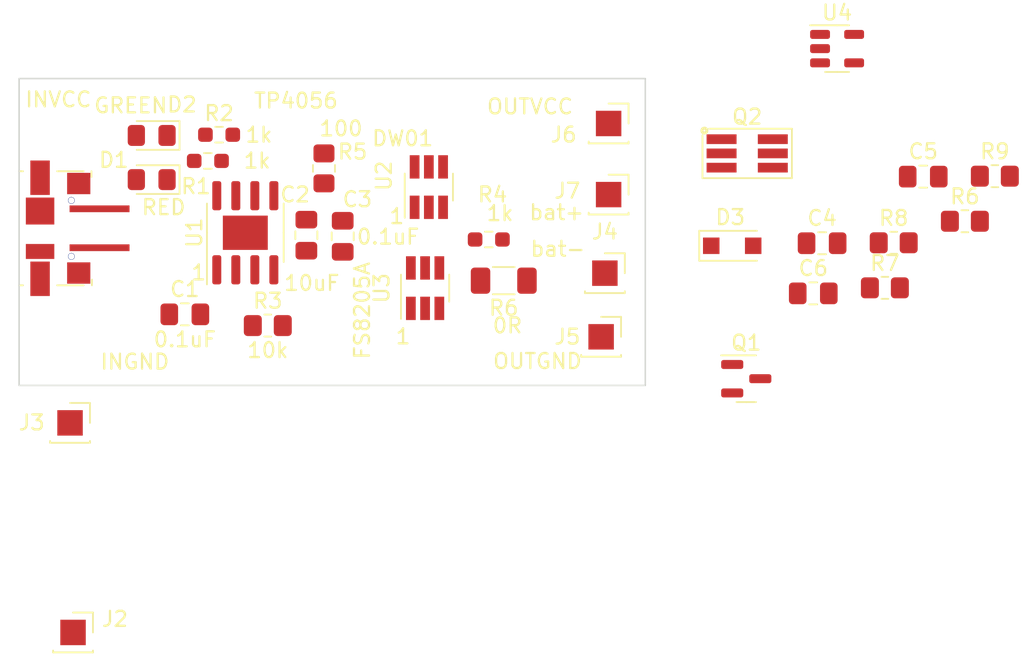
<source format=kicad_pcb>
(kicad_pcb (version 20211014) (generator pcbnew)
  (layers (0 "F.Cu" signal) (31 "B.Cu" signal) (34 "B.Paste" user) (35 "F.Paste" user) (36 "B.SilkS" user "B.Silkscreen") (37 "F.SilkS" user "F.Silkscreen") (38 "B.Mask" user) (39 "F.Mask" user) (44 "Edge.Cuts" user))
  (net 0 "")
  (net 1 "VBUS")
  (net 2 "Net-(R1-Pad2)")
  (net 3 "Net-(D1-Pad1)")
  (net 4 "GND")
  (net 5 "Earth")
  (net 6 "Net-(D2-Pad1)")
  (net 7 "Net-(C3-Pad1)")
  (net 8 "Net-(R2-Pad2)")
  (net 9 "Net-(R4-Pad2)")
  (net 10 "Net-(R3-Pad1)")
  (net 11 "BAT-")
  (net 13 "/OC")
  (net 16 "/G2")
  (net 17 "/G1")
  (net 19 "/BAT+")
  (net 20 "/OUT+")
  (net 21 "Net-(C6-Pad1)")
  (net 22 "/BAT-")
  (net 23 "Net-(Q2-Pad2)")
  (net 24 "Net-(Q2-Pad4)")
  (net 25 "Net-(Q2-Pad6)")
  (net 26 "/measurment")
  (net 27 "Net-(R9-Pad1)")
  (footprint "Connector_PinSocket_2.54mm:PinSocket_1x01_P2.54mm_Vertical" (layer "F.Cu") (at 182.25 89.25)
    (fp_text reference "J5" (at -2.25 0) (layer "F.SilkS"))
    (fp_text value "Conn_01x01_Female" hide)
    (fp_line (start -1.33 1.21) (end -1.33 1.33) (layer "F.SilkS") (width 0.12))
    (fp_line (start 1.33 -1.33) (end 1.33 0) (layer "F.SilkS") (width 0.12))
    (fp_line (start -1.33 1.33) (end 1.33 1.33) (layer "F.SilkS") (width 0.12))
    (fp_line (start 0 -1.33) (end 1.33 -1.33) (layer "F.SilkS") (width 0.12))
    (fp_line (start 1.33 1.21) (end 1.33 1.33) (layer "F.SilkS") (width 0.12))
    (pad "1" smd rect (at 0 0) (size 1.7 1.7) (layers "F.Cu" "F.Paste" "F.Mask") (net 5 "Earth"))
  )
  (footprint "Resistor_SMD:R_0805_2012Metric_Pad1.20x1.40mm_HandSolder" (layer "F.Cu") (at 201.19 85.98)
    (fp_text reference "R7" (at 0 -1.65) (layer "F.SilkS"))
    (fp_text value "100k")
    (fp_line (start -0.227064 -0.735) (end 0.227064 -0.735) (layer "F.SilkS") (width 0.12))
    (fp_line (start -0.227064 0.735) (end 0.227064 0.735) (layer "F.SilkS") (width 0.12))
    (pad "1" smd roundrect (at -1 0) (size 1.2 1.4) (layers "F.Cu" "F.Paste" "F.Mask") (roundrect_rratio 0.208333) (net 19 "/BAT+"))
    (pad "2" smd roundrect (at 1 0) (size 1.2 1.4) (layers "F.Cu" "F.Paste" "F.Mask") (roundrect_rratio 0.208333) (net 26 "/measurment"))
  )
  (footprint "Resistor_SMD:R_0603_1608Metric_Pad0.98x0.95mm_HandSolder" (layer "F.Cu") (at 174.75 82.75 180)
    (fp_text reference "R4" (at -0.25 3) (layer "F.SilkS"))
    (fp_text value "1k" (at -0.75 1.75) (layer "F.SilkS"))
    (fp_line (start -0.254724 -0.5225) (end 0.254724 -0.5225) (layer "F.SilkS") (width 0.12))
    (fp_line (start -0.254724 0.5225) (end 0.254724 0.5225) (layer "F.SilkS") (width 0.12))
    (pad "1" smd roundrect (at -0.9125 0 180) (size 0.975 0.95) (layers "F.Cu" "F.Paste" "F.Mask") (net 5 "Earth"))
    (pad "2" smd roundrect (at 0.9125 0 180) (size 0.975 0.95) (layers "F.Cu" "F.Paste" "F.Mask") (net 9 "Net-(R4-Pad2)"))
  )
  (footprint "Connector_PinSocket_2.54mm:PinSocket_1x01_P2.54mm_Vertical" (layer "F.Cu") (at 146.8 95)
    (fp_text reference "J3" (at -2.56 -0.02) (layer "F.SilkS"))
    (fp_text value "Conn_01x01_Female" hide)
    (fp_line (start -1.33 1.21) (end -1.33 1.33) (layer "F.SilkS") (width 0.12))
    (fp_line (start 1.33 1.21) (end 1.33 1.33) (layer "F.SilkS") (width 0.12))
    (fp_line (start 0 -1.33) (end 1.33 -1.33) (layer "F.SilkS") (width 0.12))
    (fp_line (start 1.33 -1.33) (end 1.33 0) (layer "F.SilkS") (width 0.12))
    (fp_line (start -1.33 1.33) (end 1.33 1.33) (layer "F.SilkS") (width 0.12))
    (pad "1" smd rect (at 0 0) (size 1.7 1.7) (layers "F.Cu" "F.Paste" "F.Mask") (net 1 "VBUS"))
  )
  (footprint "Capacitor_SMD:C_0805_2012Metric_Pad1.18x1.45mm_HandSolder" (layer "F.Cu") (at 196.41 86.35)
    (fp_text reference "C6" (at 0 -1.68) (layer "F.SilkS"))
    (fp_text value "1uF")
    (fp_line (start -0.261252 -0.735) (end 0.261252 -0.735) (layer "F.SilkS") (width 0.12))
    (fp_line (start -0.261252 0.735) (end 0.261252 0.735) (layer "F.SilkS") (width 0.12))
    (pad "1" smd roundrect (at -1.0375 0) (size 1.175 1.45) (layers "F.Cu" "F.Paste" "F.Mask") (roundrect_rratio 0.212766) (net 21 "Net-(C6-Pad1)"))
    (pad "2" smd roundrect (at 1.0375 0) (size 1.175 1.45) (layers "F.Cu" "F.Paste" "F.Mask") (roundrect_rratio 0.212766) (net 5 "Earth"))
  )
  (footprint "Capacitor_SMD:C_0805_2012Metric_Pad1.18x1.45mm_HandSolder" (layer "F.Cu") (at 203.75 78.55)
    (fp_text reference "C5" (at 0 -1.68) (layer "F.SilkS"))
    (fp_text value "1uF")
    (fp_line (start -0.261252 0.735) (end 0.261252 0.735) (layer "F.SilkS") (width 0.12))
    (fp_line (start -0.261252 -0.735) (end 0.261252 -0.735) (layer "F.SilkS") (width 0.12))
    (pad "1" smd roundrect (at -1.0375 0) (size 1.175 1.45) (layers "F.Cu" "F.Paste" "F.Mask") (roundrect_rratio 0.212766) (net 20 "/OUT+"))
    (pad "2" smd roundrect (at 1.0375 0) (size 1.175 1.45) (layers "F.Cu" "F.Paste" "F.Mask") (roundrect_rratio 0.212766) (net 5 "Earth"))
  )
  (footprint "Resistor_SMD:R_0805_2012Metric_Pad1.20x1.40mm_HandSolder" (layer "F.Cu") (at 201.78 82.97)
    (fp_text reference "R8" (at 0 -1.65) (layer "F.SilkS"))
    (fp_text value "100k")
    (fp_line (start -0.227064 -0.735) (end 0.227064 -0.735) (layer "F.SilkS") (width 0.12))
    (fp_line (start -0.227064 0.735) (end 0.227064 0.735) (layer "F.SilkS") (width 0.12))
    (pad "1" smd roundrect (at -1 0) (size 1.2 1.4) (layers "F.Cu" "F.Paste" "F.Mask") (roundrect_rratio 0.208333) (net 26 "/measurment"))
    (pad "2" smd roundrect (at 1 0) (size 1.2 1.4) (layers "F.Cu" "F.Paste" "F.Mask") (roundrect_rratio 0.208333) (net 5 "Earth"))
  )
  (footprint "Resistor_SMD:R_0805_2012Metric_Pad1.20x1.40mm_HandSolder" (layer "F.Cu") (at 163.75 78 -90)
    (fp_text reference "R5" (at -1.11 -1.91 180) (layer "F.SilkS"))
    (fp_text value "100" (at -2.66 -1.14 180) (layer "F.SilkS"))
    (fp_line (start -0.227064 -0.735) (end 0.227064 -0.735) (layer "F.SilkS") (width 0.12))
    (fp_line (start -0.227064 0.735) (end 0.227064 0.735) (layer "F.SilkS") (width 0.12))
    (pad "1" smd roundrect (at -1 0 270) (size 1.2 1.4) (layers "F.Cu" "F.Paste" "F.Mask") (roundrect_rratio 0.2083333333) (net 19 "/BAT+"))
    (pad "2" smd roundrect (at 1 0 270) (size 1.2 1.4) (layers "F.Cu" "F.Paste" "F.Mask") (roundrect_rratio 0.2083333333) (net 7 "Net-(C3-Pad1)"))
  )
  (footprint "Package_SO:SOIC-8-1EP_3.9x4.9mm_P1.27mm_EP2.29x3mm" (layer "F.Cu") (at 158.5 82.3 90)
    (fp_text reference "U1" (at 0 -3.4 90) (layer "F.SilkS"))
    (fp_text value "TP4056" (at 8.82 3.38 180) (layer "F.SilkS"))
    (fp_line (start 0 2.56) (end -1.95 2.56) (layer "F.SilkS") (width 0.12))
    (fp_line (start 0 2.56) (end 1.95 2.56) (layer "F.SilkS") (width 0.12))
    (fp_line (start 0 -2.56) (end 1.95 -2.56) (layer "F.SilkS") (width 0.12))
    (fp_line (start 0 -2.56) (end -3.45 -2.56) (layer "F.SilkS") (width 0.12))
    (pad "1" smd roundrect (at -2.475 -1.905 90) (size 1.95 0.6) (layers "F.Cu" "F.Paste" "F.Mask") (net 5 "Earth"))
    (pad "2" smd roundrect (at -2.475 -0.635 90) (size 1.95 0.6) (layers "F.Cu" "F.Paste" "F.Mask") (net 10 "Net-(R3-Pad1)"))
    (pad "3" smd roundrect (at -2.475 0.635 90) (size 1.95 0.6) (layers "F.Cu" "F.Paste" "F.Mask") (net 5 "Earth"))
    (pad "4" smd roundrect (at -2.475 1.905 90) (size 1.95 0.6) (layers "F.Cu" "F.Paste" "F.Mask") (net 1 "VBUS"))
    (pad "5" smd roundrect (at 2.475 1.905 90) (size 1.95 0.6) (layers "F.Cu" "F.Paste" "F.Mask") (net 19 "/BAT+"))
    (pad "6" smd roundrect (at 2.475 0.635 90) (size 1.95 0.6) (layers "F.Cu" "F.Paste" "F.Mask") (net 8 "Net-(R2-Pad2)"))
    (pad "7" smd roundrect (at 2.475 -0.635 90) (size 1.95 0.6) (layers "F.Cu" "F.Paste" "F.Mask") (net 2 "Net-(R1-Pad2)"))
    (pad "8" smd roundrect (at 2.475 -1.905 90) (size 1.95 0.6) (layers "F.Cu" "F.Paste" "F.Mask") (net 1 "VBUS"))
    (pad "9" smd rect (at 0 0 90) (size 2.29 3) (layers "F.Cu" "F.Mask") (net 1 "VBUS"))
  )
  (footprint "Resistor_SMD:R_0603_1608Metric_Pad0.98x0.95mm_HandSolder" (layer "F.Cu") (at 156.75 75.75)
    (fp_text reference "R2" (at 0 -1.43) (layer "F.SilkS"))
    (fp_text value "1k" (at 2.66 0.01) (layer "F.SilkS"))
    (fp_line (start -0.254724 -0.5225) (end 0.254724 -0.5225) (layer "F.SilkS") (width 0.12))
    (fp_line (start -0.254724 0.5225) (end 0.254724 0.5225) (layer "F.SilkS") (width 0.12))
    (pad "1" smd roundrect (at -0.9125 0) (size 0.975 0.95) (layers "F.Cu" "F.Paste" "F.Mask") (net 6 "Net-(D2-Pad1)"))
    (pad "2" smd roundrect (at 0.9125 0) (size 0.975 0.95) (layers "F.Cu" "F.Paste" "F.Mask") (net 8 "Net-(R2-Pad2)"))
  )
  (footprint "Package_TO_SOT_SMD:SOT-23" (layer "F.Cu") (at 191.9375 92.05)
    (fp_text reference "Q1" (at 0 -2.4) (layer "F.SilkS"))
    (fp_text value "FDN340P")
    (fp_line (start 0 1.56) (end -0.65 1.56) (layer "F.SilkS") (width 0.12))
    (fp_line (start 0 -1.56) (end -1.675 -1.56) (layer "F.SilkS") (width 0.12))
    (fp_line (start 0 -1.56) (end 0.65 -1.56) (layer "F.SilkS") (width 0.12))
    (fp_line (start 0 1.56) (end 0.65 1.56) (layer "F.SilkS") (width 0.12))
    (pad "1" smd roundrect (at -0.9375 -0.95) (size 1.475 0.6) (layers "F.Cu" "F.Paste" "F.Mask") (net 1 "VBUS"))
    (pad "2" smd roundrect (at -0.9375 0.95) (size 1.475 0.6) (layers "F.Cu" "F.Paste" "F.Mask") (net 20 "/OUT+"))
    (pad "3" smd roundrect (at 0.9375 0) (size 1.475 0.6) (layers "F.Cu" "F.Paste" "F.Mask") (net 19 "/BAT+"))
  )
  (footprint "Connector_PinSocket_2.54mm:PinSocket_1x01_P2.54mm_Vertical" (layer "F.Cu") (at 182.5 85)
    (fp_text reference "J4" (at 0 -2.77) (layer "F.SilkS"))
    (fp_text value "Conn_01x01_Female" hide)
    (fp_line (start 1.33 1.21) (end 1.33 1.33) (layer "F.SilkS") (width 0.12))
    (fp_line (start -1.33 1.21) (end -1.33 1.33) (layer "F.SilkS") (width 0.12))
    (fp_line (start -1.33 1.33) (end 1.33 1.33) (layer "F.SilkS") (width 0.12))
    (fp_line (start 0 -1.33) (end 1.33 -1.33) (layer "F.SilkS") (width 0.12))
    (fp_line (start 1.33 -1.33) (end 1.33 0) (layer "F.SilkS") (width 0.12))
    (pad "1" smd rect (at 0 0) (size 1.7 1.7) (layers "F.Cu" "F.Paste" "F.Mask") (net 22 "/BAT-"))
  )
  (footprint "Capacitor_SMD:C_0805_2012Metric_Pad1.18x1.45mm_HandSolder" (layer "F.Cu") (at 162.575 82.4625 -90)
    (fp_text reference "C2" (at -2.7125 0.755 180) (layer "F.SilkS"))
    (fp_text value "10uF" (at 3.1975 -0.365 180) (layer "F.SilkS"))
    (fp_line (start -0.261252 -0.735) (end 0.261252 -0.735) (layer "F.SilkS") (width 0.12))
    (fp_line (start -0.261252 0.735) (end 0.261252 0.735) (layer "F.SilkS") (width 0.12))
    (pad "1" smd roundrect (at -1.0375 0 270) (size 1.175 1.45) (layers "F.Cu" "F.Paste" "F.Mask") (roundrect_rratio 0.2127659574) (net 19 "/BAT+"))
    (pad "2" smd roundrect (at 1.0375 0 270) (size 1.175 1.45) (layers "F.Cu" "F.Paste" "F.Mask") (roundrect_rratio 0.2127659574) (net 5 "Earth"))
  )
  (footprint "Package_TO_SOT_SMD:SOT-23-5" (layer "F.Cu") (at 198 70)
    (fp_text reference "U4" (at 0 -2.4) (layer "F.SilkS"))
    (fp_text value "AP2127K-3.3")
    (fp_line (start 0 -1.56) (end -1.8 -1.56) (layer "F.SilkS") (width 0.12))
    (fp_line (start 0 1.56) (end -0.8 1.56) (layer "F.SilkS") (width 0.12))
    (fp_line (start 0 -1.56) (end 0.8 -1.56) (layer "F.SilkS") (width 0.12))
    (fp_line (start 0 1.56) (end 0.8 1.56) (layer "F.SilkS") (width 0.12))
    (pad "1" smd roundrect (at -1.1375 -0.95) (size 1.325 0.6) (layers "F.Cu" "F.Paste" "F.Mask") (net 20 "/OUT+"))
    (pad "2" smd roundrect (at -1.1375 0) (size 1.325 0.6) (layers "F.Cu" "F.Paste" "F.Mask") (net 5 "Earth"))
    (pad "3" smd roundrect (at -1.1375 0.95) (size 1.325 0.6) (layers "F.Cu" "F.Paste" "F.Mask") (net 27 "Net-(R9-Pad1)"))
    (pad "4" smd roundrect (at 1.1375 0.95) (size 1.325 0.6) (layers "F.Cu" "F.Paste" "F.Mask"))
    (pad "5" smd roundrect (at 1.1375 -0.95) (size 1.325 0.6) (layers "F.Cu" "F.Paste" "F.Mask") (net 21 "Net-(C6-Pad1)"))
  )
  (footprint "LED_SMD:LED_0805_2012Metric_Pad1.15x1.40mm_HandSolder" (layer "F.Cu") (at 152.25 75.8 180)
    (fp_text reference "D2" (at -2.02 2.06) (layer "F.SilkS"))
    (fp_text value "GREEN" (at 1.4 2) (layer "F.SilkS"))
    (fp_line (start 1 -0.96) (end -1.86 -0.96) (layer "F.SilkS") (width 0.12))
    (fp_line (start -1.86 0.96) (end 1 0.96) (layer "F.SilkS") (width 0.12))
    (fp_line (start -1.86 -0.96) (end -1.86 0.96) (layer "F.SilkS") (width 0.12))
    (pad "1" smd roundrect (at -1.025 0 180) (size 1.15 1.4) (layers "F.Cu" "F.Paste" "F.Mask") (roundrect_rratio 0.2173913043) (net 6 "Net-(D2-Pad1)"))
    (pad "2" smd roundrect (at 1.025 0 180) (size 1.15 1.4) (layers "F.Cu" "F.Paste" "F.Mask") (roundrect_rratio 0.2173913043) (net 1 "VBUS"))
  )
  (footprint "Capacitor_SMD:C_0805_2012Metric_Pad1.18x1.45mm_HandSolder" (layer "F.Cu") (at 154.4625 87.75)
    (fp_text reference "C1" (at 0 -1.68) (layer "F.SilkS"))
    (fp_text value "0.1uF" (at 0 1.68) (layer "F.SilkS"))
    (fp_line (start -0.261252 0.735) (end 0.261252 0.735) (layer "F.SilkS") (width 0.12))
    (fp_line (start -0.261252 -0.735) (end 0.261252 -0.735) (layer "F.SilkS") (width 0.12))
    (pad "1" smd roundrect (at -1.0375 0) (size 1.175 1.45) (layers "F.Cu" "F.Paste" "F.Mask") (roundrect_rratio 0.2127659574) (net 1 "VBUS"))
    (pad "2" smd roundrect (at 1.0375 0) (size 1.175 1.45) (layers "F.Cu" "F.Paste" "F.Mask") (roundrect_rratio 0.2127659574) (net 5 "Earth"))
  )
  (footprint "Resistor_SMD:R_0603_1608Metric_Pad0.98x0.95mm_HandSolder" (layer "F.Cu") (at 156 77.5)
    (fp_text reference "R1" (at -0.8 1.7) (layer "F.SilkS"))
    (fp_text value "1k" (at 3.29 -0.01) (layer "F.SilkS"))
    (fp_line (start -0.254724 -0.5225) (end 0.254724 -0.5225) (layer "F.SilkS") (width 0.12))
    (fp_line (start -0.254724 0.5225) (end 0.254724 0.5225) (layer "F.SilkS") (width 0.12))
    (pad "1" smd roundrect (at -0.9125 0) (size 0.975 0.95) (layers "F.Cu" "F.Paste" "F.Mask") (net 3 "Net-(D1-Pad1)"))
    (pad "2" smd roundrect (at 0.9125 0) (size 0.975 0.95) (layers "F.Cu" "F.Paste" "F.Mask") (net 2 "Net-(R1-Pad2)"))
  )
  (footprint "Package_TO_SOT_SMD_AKL:TSOT-23-6_HandSoldering" (layer "F.Cu") (at 192 77)
    (fp_text reference "Q2" (at 0 -2.45) (layer "F.SilkS"))
    (fp_text value "FS8205A")
    (fp_line (start -2.9845 1.651) (end 2.9845 1.651) (layer "F.SilkS") (width 0.12))
    (fp_line (start -2.9845 -1.2065) (end -2.9845 1.651) (layer "F.SilkS") (width 0.12))
    (fp_line (start 2.9845 1.651) (end 2.9845 -1.651) (layer "F.SilkS") (width 0.12))
    (fp_line (start 2.9845 -1.651) (end -2.54 -1.651) (layer "F.SilkS") (width 0.12))
    (fp_circle (center -2.8575 -1.524) (end -2.794 -1.524) (layer "F.SilkS") (width 0.2) (fill none))
    (pad "1" smd rect (at -1.71 -0.95) (size 2 0.65) (layers "F.Cu" "F.Paste" "F.Mask") (net 22 "/BAT-"))
    (pad "2" smd rect (at -1.71 0) (size 2 0.65) (layers "F.Cu" "F.Paste" "F.Mask") (net 23 "Net-(Q2-Pad2)"))
    (pad "3" smd rect (at -1.71 0.95) (size 2 0.65) (layers "F.Cu" "F.Paste" "F.Mask") (net 5 "Earth"))
    (pad "4" smd rect (at 1.71 0.95) (size 2 0.65) (layers "F.Cu" "F.Paste" "F.Mask") (net 24 "Net-(Q2-Pad4)"))
    (pad "5" smd rect (at 1.71 0) (size 2 0.65) (layers "F.Cu" "F.Paste" "F.Mask") (net 23 "Net-(Q2-Pad2)"))
    (pad "6" smd rect (at 1.71 -0.95) (size 2 0.65) (layers "F.Cu" "F.Paste" "F.Mask") (net 25 "Net-(Q2-Pad6)"))
  )
  (footprint "Capacitor_SMD:C_0805_2012Metric_Pad1.18x1.45mm_HandSolder" (layer "F.Cu") (at 197 83)
    (fp_text reference "C4" (at 0 -1.68) (layer "F.SilkS"))
    (fp_text value "10uF")
    (fp_line (start -0.261252 -0.735) (end 0.261252 -0.735) (layer "F.SilkS") (width 0.12))
    (fp_line (start -0.261252 0.735) (end 0.261252 0.735) (layer "F.SilkS") (width 0.12))
    (pad "1" smd roundrect (at -1.0375 0) (size 1.175 1.45) (layers "F.Cu" "F.Paste" "F.Mask") (roundrect_rratio 0.212766) (net 1 "VBUS"))
    (pad "2" smd roundrect (at 1.0375 0) (size 1.175 1.45) (layers "F.Cu" "F.Paste" "F.Mask") (roundrect_rratio 0.212766) (net 5 "Earth"))
  )
  (footprint "Connector_PinSocket_2.54mm:PinSocket_1x01_P2.54mm_Vertical" (layer "F.Cu") (at 182.75 79.75)
    (fp_text reference "J7" (at -2.75 -0.25) (layer "F.SilkS"))
    (fp_text value "Conn_01x01_Female" hide)
    (fp_line (start 0 -1.33) (end 1.33 -1.33) (layer "F.SilkS") (width 0.12))
    (fp_line (start -1.33 1.21) (end -1.33 1.33) (layer "F.SilkS") (width 0.12))
    (fp_line (start 1.33 1.21) (end 1.33 1.33) (layer "F.SilkS") (width 0.12))
    (fp_line (start 1.33 -1.33) (end 1.33 0) (layer "F.SilkS") (width 0.12))
    (fp_line (start -1.33 1.33) (end 1.33 1.33) (layer "F.SilkS") (width 0.12))
    (pad "1" smd rect (at 0 0) (size 1.7 1.7) (layers "F.Cu" "F.Paste" "F.Mask") (net 20 "/OUT+"))
  )
  (footprint "Diode_SMD:D_SOD-123F" (layer "F.Cu") (at 191 83.17)
    (fp_text reference "D3" (at -0.127 -1.905) (layer "F.SilkS"))
    (fp_text value "MBR1020VL")
    (fp_line (start -2.2 1) (end 1.65 1) (layer "F.SilkS") (width 0.12))
    (fp_line (start -2.2 -1) (end -2.2 1) (layer "F.SilkS") (width 0.12))
    (fp_line (start -2.2 -1) (end 1.65 -1) (layer "F.SilkS") (width 0.12))
    (pad "1" smd rect (at -1.4 0) (size 1.1 1.1) (layers "F.Cu" "F.Paste" "F.Mask") (net 20 "/OUT+"))
    (pad "2" smd rect (at 1.4 0) (size 1.1 1.1) (layers "F.Cu" "F.Paste" "F.Mask") (net 1 "VBUS"))
  )
  (footprint "Package_TO_SOT_SMD:SOT-23-6_Handsoldering" (layer "F.Cu") (at 170.5 86 90)
    (fp_text reference "U3" (at 0 -2.9 90) (layer "F.SilkS"))
    (fp_text value "FS8205A" (at -1.5 -4.2 90) (layer "F.SilkS"))
    (fp_line (start -0.9 1.61) (end 0.9 1.61) (layer "F.SilkS") (width 0.12))
    (fp_line (start 0.9 -1.61) (end -2.05 -1.61) (layer "F.SilkS") (width 0.12))
    (pad "1" smd rect (at -1.35 -0.95 90) (size 1.56 0.65) (layers "F.Cu" "F.Paste" "F.Mask") (net 11 "BAT-"))
    (pad "2" smd rect (at -1.35 0 90) (size 1.56 0.65) (layers "F.Cu" "F.Paste" "F.Mask"))
    (pad "3" smd rect (at -1.35 0.95 90) (size 1.56 0.65) (layers "F.Cu" "F.Paste" "F.Mask") (net 4 "GND"))
    (pad "4" smd rect (at 1.35 0.95 90) (size 1.56 0.65) (layers "F.Cu" "F.Paste" "F.Mask") (net 16 "/G2"))
    (pad "5" smd rect (at 1.35 0 90) (size 1.56 0.65) (layers "F.Cu" "F.Paste" "F.Mask"))
    (pad "6" smd rect (at 1.35 -0.95 90) (size 1.56 0.65) (layers "F.Cu" "F.Paste" "F.Mask") (net 17 "/G1"))
  )
  (footprint "Resistor_SMD:R_0805_2012Metric_Pad1.20x1.40mm_HandSolder" (layer "F.Cu") (at 206.53 81.53)
    (fp_text reference "R6" (at 0 -1.65) (layer "F.SilkS"))
    (fp_text value "100k")
    (fp_line (start -0.227064 -0.735) (end 0.227064 -0.735) (layer "F.SilkS") (width 0.12))
    (fp_line (start -0.227064 0.735) (end 0.227064 0.735) (layer "F.SilkS") (width 0.12))
    (pad "1" smd roundrect (at -1 0) (size 1.2 1.4) (layers "F.Cu" "F.Paste" "F.Mask") (roundrect_rratio 0.208333) (net 1 "VBUS"))
    (pad "2" smd roundrect (at 1 0) (size 1.2 1.4) (layers "F.Cu" "F.Paste" "F.Mask") (roundrect_rratio 0.208333) (net 5 "Earth"))
  )
  (footprint "Resistor_SMD:R_1206_3216Metric_Pad1.30x1.75mm_HandSolder" (layer "F.Cu") (at 175.75 85.5 180)
    (fp_text reference "R6" (at 0 -1.82) (layer "F.SilkS"))
    (fp_text value "0R" (at -0.25 -3) (layer "F.SilkS"))
    (fp_line (start -0.727064 0.91) (end 0.727064 0.91) (layer "F.SilkS") (width 0.12))
    (fp_line (start -0.727064 -0.91) (end 0.727064 -0.91) (layer "F.SilkS") (width 0.12))
    (pad "1" smd roundrect (at -1.55 0 180) (size 1.3 1.75) (layers "F.Cu" "F.Paste" "F.Mask") (roundrect_rratio 0.1923076923) (net 13 "/OC"))
    (pad "2" smd roundrect (at 1.55 0 180) (size 1.3 1.75) (layers "F.Cu" "F.Paste" "F.Mask") (roundrect_rratio 0.1923076923) (net 16 "/G2"))
  )
  (footprint "Capacitor_SMD:C_0805_2012Metric_Pad1.18x1.45mm_HandSolder" (layer "F.Cu") (at 165 82.5375 -90)
    (fp_text reference "C3" (at -2.4675 -0.98 180) (layer "F.SilkS"))
    (fp_text value "0.1uF" (at 0.0325 -3.03 180) (layer "F.SilkS"))
    (fp_line (start -0.261252 0.735) (end 0.261252 0.735) (layer "F.SilkS") (width 0.12))
    (fp_line (start -0.261252 -0.735) (end 0.261252 -0.735) (layer "F.SilkS") (width 0.12))
    (pad "1" smd roundrect (at -1.0375 0 270) (size 1.175 1.45) (layers "F.Cu" "F.Paste" "F.Mask") (roundrect_rratio 0.2127659574) (net 7 "Net-(C3-Pad1)"))
    (pad "2" smd roundrect (at 1.0375 0 270) (size 1.175 1.45) (layers "F.Cu" "F.Paste" "F.Mask") (roundrect_rratio 0.2127659574) (net 5 "Earth"))
  )
  (footprint "usb_footprint:tp4056_USB_Micro-B_Molex_47346-0001_fix" (layer "F.Cu") (at 146 82 -90)
    (fp_text reference "J1" hide)
    (fp_text value "USB_B_Micro" hide)
    (fp_line (start -3.81 2.6) (end -3.81 2.34) (layer "F.SilkS") (width 0.12))
    (fp_line (start 3.81 2.34) (end 3.81 2.6) (layer "F.SilkS") (width 0.12))
    (fp_line (start -3.81 0.06) (end -3.81 -1.71) (layer "F.SilkS") (width 0.12))
    (fp_line (start -3.81 -2.23) (end -3.43 -2.23) (layer "F.SilkS") (width 0.12))
    (fp_line (start 3.81 -2.26) (end 3.43 -2.26) (layer "F.SilkS") (width 0.12))
    (fp_line (start 3.81 -1.71) (end 3.81 0.06) (layer "F.SilkS") (width 0.12))
    (pad "" np_thru_hole circle (at 1.879992 -0.88759 270) (size 0.45 0.45) (drill 0.4) (layers F&B.Cu *.Mask) (clearance 0.02))
    (pad "" np_thru_hole circle (at -1.86 -0.88759 270) (size 0.45 0.45) (drill 0.4) (layers F&B.Cu *.Mask) (clearance 0.02))
    (pad "1" smd rect (at -1.3 -2.77 270) (size 0.45 4) (layers "F.Cu" "F.Paste" "F.Mask") (net 1 "VBUS") (clearance 0.02))
    (pad "5" smd rect (at 1.3 -2.77 270) (size 0.45 4) (layers "F.Cu" "F.Paste" "F.Mask") (net 5 "Earth") (clearance 0.02))
    (pad "6" smd rect (at -1.15 1.2 270) (size 1.8 1.9) (layers "F.Cu" "F.Paste" "F.Mask"))
    (pad "6" smd rect (at -3.375 1.2 270) (size 2.3 1.3) (layers "F.Cu" "F.Paste" "F.Mask"))
    (pad "6" smd rect (at 3.375 1.2 270) (size 2.3 1.3) (layers "F.Cu" "F.Paste" "F.Mask"))
    (pad "6" smd rect (at -2.99 -1.38 270) (size 1.425 1.55) (layers "F.Cu" "F.Paste" "F.Mask") (clearance 0.02))
    (pad "6" smd rect (at 1.55 1.2 270) (size 1 1.9) (layers "F.Cu" "F.Paste" "F.Mask"))
    (pad "6" smd rect (at 2.99 -1.38 270) (size 1.425 1.55) (layers "F.Cu" "F.Paste" "F.Mask") (clearance 0.02))
  )
  (footprint "Resistor_SMD:R_0805_2012Metric_Pad1.20x1.40mm_HandSolder" (layer "F.Cu") (at 208.53 78.52)
    (fp_text reference "R9" (at 0 -1.65) (layer "F.SilkS"))
    (fp_text value "100k")
    (fp_line (start -0.227064 -0.735) (end 0.227064 -0.735) (layer "F.SilkS") (width 0.12))
    (fp_line (start -0.227064 0.735) (end 0.227064 0.735) (layer "F.SilkS") (width 0.12))
    (pad "1" smd roundrect (at -1 0) (size 1.2 1.4) (layers "F.Cu" "F.Paste" "F.Mask") (roundrect_rratio 0.208333) (net 27 "Net-(R9-Pad1)"))
    (pad "2" smd roundrect (at 1 0) (size 1.2 1.4) (layers "F.Cu" "F.Paste" "F.Mask") (roundrect_rratio 0.208333) (net 20 "/OUT+"))
  )
  (footprint "Connector_PinSocket_2.54mm:PinSocket_1x01_P2.54mm_Vertical" (layer "F.Cu") (at 147 109)
    (fp_text reference "J2" (at 2.8 -0.9) (layer "F.SilkS"))
    (fp_text value "Conn_01x01_Female" hide)
    (fp_line (start 0 -1.33) (end 1.33 -1.33) (layer "F.SilkS") (width 0.12))
    (fp_line (start -1.33 1.21) (end -1.33 1.33) (layer "F.SilkS") (width 0.12))
    (fp_line (start -1.33 1.33) (end 1.33 1.33) (layer "F.SilkS") (width 0.12))
    (fp_line (start 1.33 1.21) (end 1.33 1.33) (layer "F.SilkS") (width 0.12))
    (fp_line (start 1.33 -1.33) (end 1.33 0) (layer "F.SilkS") (width 0.12))
    (pad "1" smd rect (at 0 0) (size 1.7 1.7) (layers "F.Cu" "F.Paste" "F.Mask") (net 5 "Earth"))
  )
  (footprint "Connector_PinSocket_2.54mm:PinSocket_1x01_P2.54mm_Vertical" (layer "F.Cu") (at 182.75 75)
    (fp_text reference "J6" (at -3 0.75) (layer "F.SilkS"))
    (fp_text value "Conn_01x01_Female" hide)
    (fp_line (start 1.33 -1.33) (end 1.33 0) (layer "F.SilkS") (width 0.12))
    (fp_line (start 0 -1.33) (end 1.33 -1.33) (layer "F.SilkS") (width 0.12))
    (fp_line (start -1.33 1.21) (end -1.33 1.33) (layer "F.SilkS") (width 0.12))
    (fp_line (start -1.33 1.33) (end 1.33 1.33) (layer "F.SilkS") (width 0.12))
    (fp_line (start 1.33 1.21) (end 1.33 1.33) (layer "F.SilkS") (width 0.12))
    (pad "1" smd rect (at 0 0) (size 1.7 1.7) (layers "F.Cu" "F.Paste" "F.Mask") (net 19 "/BAT+"))
  )
  (footprint "LED_SMD:LED_0805_2012Metric_Pad1.15x1.40mm_HandSolder" (layer "F.Cu") (at 152.25 78.75 180)
    (fp_text reference "D1" (at 2.53 1.31 180) (layer "F.SilkS"))
    (fp_text value "RED" (at -0.8 -1.85 180) (layer "F.SilkS"))
    (fp_line (start 1 -0.96) (end -1.86 -0.96) (layer "F.SilkS") (width 0.12))
    (fp_line (start -1.86 -0.96) (end -1.86 0.96) (layer "F.SilkS") (width 0.12))
    (fp_line (start -1.86 0.96) (end 1 0.96) (layer "F.SilkS") (width 0.12))
    (pad "1" smd roundrect (at -1.025 0 180) (size 1.15 1.4) (layers "F.Cu" "F.Paste" "F.Mask") (roundrect_rratio 0.2173913043) (net 3 "Net-(D1-Pad1)"))
    (pad "2" smd roundrect (at 1.025 0 180) (size 1.15 1.4) (layers "F.Cu" "F.Paste" "F.Mask") (roundrect_rratio 0.2173913043) (net 1 "VBUS"))
  )
  (footprint "Resistor_SMD:R_0805_2012Metric_Pad1.20x1.40mm_HandSolder" (layer "F.Cu") (at 160 88.5)
    (fp_text reference "R3" (at 0 -1.65) (layer "F.SilkS"))
    (fp_text value "10k" (at 0 1.65) (layer "F.SilkS"))
    (fp_line (start -0.227064 0.735) (end 0.227064 0.735) (layer "F.SilkS") (width 0.12))
    (fp_line (start -0.227064 -0.735) (end 0.227064 -0.735) (layer "F.SilkS") (width 0.12))
    (pad "1" smd roundrect (at -1 0) (size 1.2 1.4) (layers "F.Cu" "F.Paste" "F.Mask") (roundrect_rratio 0.2083333333) (net 10 "Net-(R3-Pad1)"))
    (pad "2" smd roundrect (at 1 0) (size 1.2 1.4) (layers "F.Cu" "F.Paste" "F.Mask") (roundrect_rratio 0.2083333333) (net 5 "Earth"))
  )
  (footprint "Package_TO_SOT_SMD:SOT-23-6_Handsoldering" (layer "F.Cu") (at 170.75 79.25 90)
    (fp_text reference "U2" (at 0.75 -3 90) (layer "F.SilkS"))
    (fp_text value "DW01" (at 3.25 -1.75 180) (layer "F.SilkS"))
    (fp_line (start -0.9 1.61) (end 0.9 1.61) (layer "F.SilkS") (width 0.12))
    (fp_line (start 0.9 -1.61) (end -2.05 -1.61) (layer "F.SilkS") (width 0.12))
    (pad "1" smd rect (at -1.35 -0.95 90) (size 1.56 0.65) (layers "F.Cu" "F.Paste" "F.Mask") (net 25 "Net-(Q2-Pad6)"))
    (pad "2" smd rect (at -1.35 0 90) (size 1.56 0.65) (layers "F.Cu" "F.Paste" "F.Mask") (net 9 "Net-(R4-Pad2)"))
    (pad "3" smd rect (at -1.35 0.95 90) (size 1.56 0.65) (layers "F.Cu" "F.Paste" "F.Mask") (net 24 "Net-(Q2-Pad4)"))
    (pad "4" smd rect (at 1.35 0.95 90) (size 1.56 0.65) (layers "F.Cu" "F.Paste" "F.Mask"))
    (pad "5" smd rect (at 1.35 0 90) (size 1.56 0.65) (layers "F.Cu" "F.Paste" "F.Mask") (net 7 "Net-(C3-Pad1)"))
    (pad "6" smd rect (at 1.35 -0.95 90) (size 1.56 0.65) (layers "F.Cu" "F.Paste" "F.Mask") (net 5 "Earth"))
  )
  (gr_rect (start 143.4 72) (end 185.2 92.5) (layer "Edge.Cuts") (width 0.1) (fill none))
  (gr_text "INVCC" (at 146.02 73.4) (layer "F.SilkS") (effects (font (size 1 1))))
  (gr_text "1" (at 155.39 84.96) (layer "F.SilkS") (effects (font (size 1 1))))
  (gr_text "INGND" (at 151.13 90.92) (layer "F.SilkS") (effects (font (size 1 1))))
  (gr_text "bat-" (at 179.36 83.38) (layer "F.SilkS") (effects (font (size 1 1))))
  (gr_text "OUTGND" (at 178 90.88) (layer "F.SilkS") (effects (font (size 1 1))))
  (gr_text "bat+" (at 179.28 80.94) (layer "F.SilkS") (effects (font (size 1 1))))
  (gr_text "OUTVCC" (at 177.5 73.87) (layer "F.SilkS") (effects (font (size 1 1))))
  (gr_text "1" (at 169.03 89.23) (layer "F.SilkS") (effects (font (size 1 1))))
  (gr_text "1" (at 168.61 81.2) (layer "F.SilkS") (effects (font (size 1 1))))
  (segment (start 175.6625 82.75) (end 175.74952 82.83702) (width 0.4) (layer "F.Cu") (net 5))
  (segment (start 155.7875 75.8) (end 155.8375 75.75) (width 0.5) (layer "F.Cu") (net 6))
)
</source>
